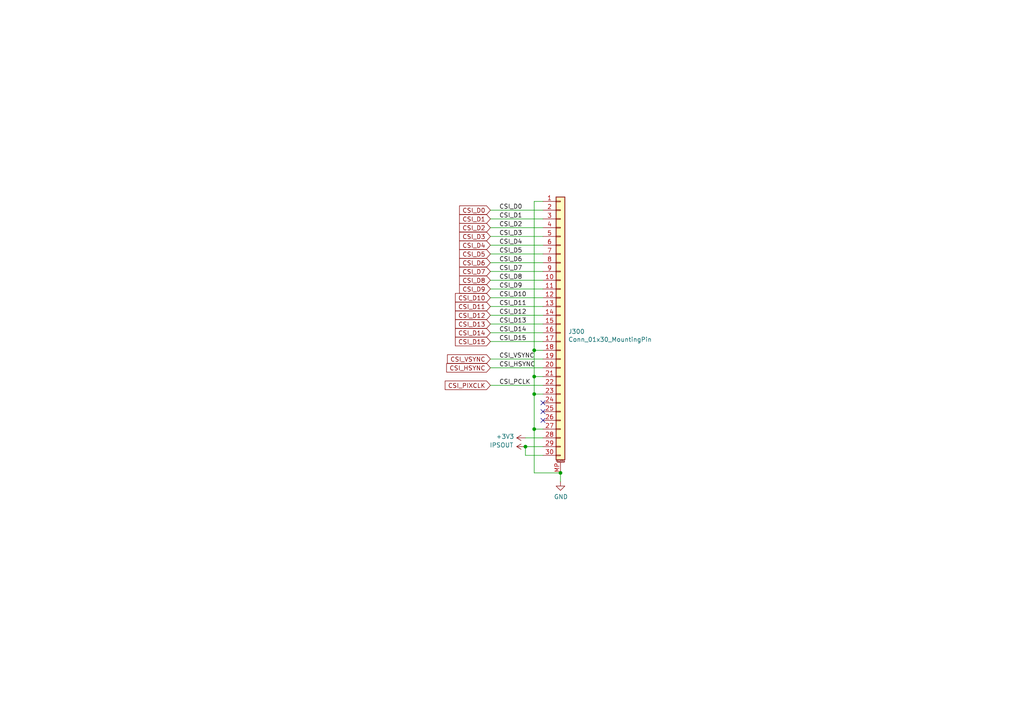
<source format=kicad_sch>
(kicad_sch (version 20210621) (generator eeschema)
  (paper "A4")
  (title_block (title "NekoInk Mainboard") (date "2021-08-21") (rev "R0.1") (company "Copyright 2021 Wenting Zhang") (comment 2 "MERCHANTABILITY, SATISFACTORY QUALITY AND FITNESS FOR A PARTICULAR PURPOSE.") (comment 3 "This source is distributed WITHOUT ANY EXPRESS OR IMPLIED WARRANTY, INCLUDING OF") (comment 4 "This source describes Open Hardware and is licensed under the CERN-OHL-P v2."))
  (lib_symbols
    (symbol "Connector_Generic_MountingPin:Conn_01x30_MountingPin" (pin_names (offset 1.016) hide)
      (property "Reference" "J" (at 0 38.1 0))
      (property "Value" "Conn_01x30_MountingPin" (at 1.27 -40.64 0))
      (symbol "Conn_01x30_MountingPin_1_1"
        (text "Mounting" (at 0 -39.751 0) (effects (font (size 0.381 0.381))))
        (rectangle (start -1.27 -37.973) (end 0 -38.227) (stroke (width 0.1524)))
        (rectangle (start -1.27 -35.433) (end 0 -35.687) (stroke (width 0.1524)))
        (rectangle (start -1.27 -32.893) (end 0 -33.147) (stroke (width 0.1524)))
        (rectangle (start -1.27 -30.353) (end 0 -30.607) (stroke (width 0.1524)))
        (rectangle (start -1.27 -27.813) (end 0 -28.067) (stroke (width 0.1524)))
        (rectangle (start -1.27 -25.273) (end 0 -25.527) (stroke (width 0.1524)))
        (rectangle (start -1.27 -22.733) (end 0 -22.987) (stroke (width 0.1524)))
        (rectangle (start -1.27 -20.193) (end 0 -20.447) (stroke (width 0.1524)))
        (rectangle (start -1.27 -17.653) (end 0 -17.907) (stroke (width 0.1524)))
        (rectangle (start -1.27 -15.113) (end 0 -15.367) (stroke (width 0.1524)))
        (rectangle (start -1.27 -12.573) (end 0 -12.827) (stroke (width 0.1524)))
        (rectangle (start -1.27 -10.033) (end 0 -10.287) (stroke (width 0.1524)))
        (rectangle (start -1.27 -7.493) (end 0 -7.747) (stroke (width 0.1524)))
        (rectangle (start -1.27 -4.953) (end 0 -5.207) (stroke (width 0.1524)))
        (rectangle (start -1.27 -2.413) (end 0 -2.667) (stroke (width 0.1524)))
        (rectangle (start -1.27 0.127) (end 0 -0.127) (stroke (width 0.1524)))
        (rectangle (start -1.27 2.667) (end 0 2.413) (stroke (width 0.1524)))
        (rectangle (start -1.27 5.207) (end 0 4.953) (stroke (width 0.1524)))
        (rectangle (start -1.27 7.747) (end 0 7.493) (stroke (width 0.1524)))
        (rectangle (start -1.27 10.287) (end 0 10.033) (stroke (width 0.1524)))
        (rectangle (start -1.27 12.827) (end 0 12.573) (stroke (width 0.1524)))
        (rectangle (start -1.27 15.367) (end 0 15.113) (stroke (width 0.1524)))
        (rectangle (start -1.27 17.907) (end 0 17.653) (stroke (width 0.1524)))
        (rectangle (start -1.27 20.447) (end 0 20.193) (stroke (width 0.1524)))
        (rectangle (start -1.27 22.987) (end 0 22.733) (stroke (width 0.1524)))
        (rectangle (start -1.27 25.527) (end 0 25.273) (stroke (width 0.1524)))
        (rectangle (start -1.27 28.067) (end 0 27.813) (stroke (width 0.1524)))
        (rectangle (start -1.27 30.607) (end 0 30.353) (stroke (width 0.1524)))
        (rectangle (start -1.27 33.147) (end 0 32.893) (stroke (width 0.1524)))
        (rectangle (start -1.27 35.687) (end 0 35.433) (stroke (width 0.1524)))
        (rectangle (start -1.27 36.83) (end 1.27 -39.37) (stroke (width 0.254)) (fill (type background)))
        (polyline (pts (xy -1.016 -40.132) (xy 1.016 -40.132)) (stroke (width 0.1524)))
        (pin passive line (at -5.08 35.56 0) (length 3.81) (name "Pin_1") (number "1"))
        (pin passive line (at -5.08 12.7 0) (length 3.81) (name "Pin_10") (number "10"))
        (pin passive line (at -5.08 10.16 0) (length 3.81) (name "Pin_11") (number "11"))
        (pin passive line (at -5.08 7.62 0) (length 3.81) (name "Pin_12") (number "12"))
        (pin passive line (at -5.08 5.08 0) (length 3.81) (name "Pin_13") (number "13"))
        (pin passive line (at -5.08 2.54 0) (length 3.81) (name "Pin_14") (number "14"))
        (pin passive line (at -5.08 0 0) (length 3.81) (name "Pin_15") (number "15"))
        (pin passive line (at -5.08 -2.54 0) (length 3.81) (name "Pin_16") (number "16"))
        (pin passive line (at -5.08 -5.08 0) (length 3.81) (name "Pin_17") (number "17"))
        (pin passive line (at -5.08 -7.62 0) (length 3.81) (name "Pin_18") (number "18"))
        (pin passive line (at -5.08 -10.16 0) (length 3.81) (name "Pin_19") (number "19"))
        (pin passive line (at -5.08 33.02 0) (length 3.81) (name "Pin_2") (number "2"))
        (pin passive line (at -5.08 -12.7 0) (length 3.81) (name "Pin_20") (number "20"))
        (pin passive line (at -5.08 -15.24 0) (length 3.81) (name "Pin_21") (number "21"))
        (pin passive line (at -5.08 -17.78 0) (length 3.81) (name "Pin_22") (number "22"))
        (pin passive line (at -5.08 -20.32 0) (length 3.81) (name "Pin_23") (number "23"))
        (pin passive line (at -5.08 -22.86 0) (length 3.81) (name "Pin_24") (number "24"))
        (pin passive line (at -5.08 -25.4 0) (length 3.81) (name "Pin_25") (number "25"))
        (pin passive line (at -5.08 -27.94 0) (length 3.81) (name "Pin_26") (number "26"))
        (pin passive line (at -5.08 -30.48 0) (length 3.81) (name "Pin_27") (number "27"))
        (pin passive line (at -5.08 -33.02 0) (length 3.81) (name "Pin_28") (number "28"))
        (pin passive line (at -5.08 -35.56 0) (length 3.81) (name "Pin_29") (number "29"))
        (pin passive line (at -5.08 30.48 0) (length 3.81) (name "Pin_3") (number "3"))
        (pin passive line (at -5.08 -38.1 0) (length 3.81) (name "Pin_30") (number "30"))
        (pin passive line (at -5.08 27.94 0) (length 3.81) (name "Pin_4") (number "4"))
        (pin passive line (at -5.08 25.4 0) (length 3.81) (name "Pin_5") (number "5"))
        (pin passive line (at -5.08 22.86 0) (length 3.81) (name "Pin_6") (number "6"))
        (pin passive line (at -5.08 20.32 0) (length 3.81) (name "Pin_7") (number "7"))
        (pin passive line (at -5.08 17.78 0) (length 3.81) (name "Pin_8") (number "8"))
        (pin passive line (at -5.08 15.24 0) (length 3.81) (name "Pin_9") (number "9"))
        (pin passive line (at 0 -43.18 90) (length 3.048) (name "MountPin") (number "MP"))
      )
    )
    (symbol "power:+3V3" (power) (pin_names (offset 0))
      (property "Value" "+3V3" (at 0 3.556 0))
      (symbol "+3V3_0_1"
        (polyline (pts (xy -0.762 1.27) (xy 0 2.54)))
        (polyline (pts (xy 0 0) (xy 0 2.54)))
        (polyline (pts (xy 0 2.54) (xy 0.762 1.27)))
      )
      (symbol "+3V3_1_1"
        (pin power_in line (at 0 0 90) (length 0) hide (name "+3V3") (number "1"))
      )
    )
    (symbol "power:GND" (power) (pin_names (offset 0))
      (property "Value" "GND" (at 0 -3.81 0))
      (symbol "GND_0_1"
        (polyline (pts (xy 0 0) (xy 0 -1.27) (xy 1.27 -1.27) (xy 0 -2.54) (xy -1.27 -1.27) (xy 0 -1.27)))
      )
      (symbol "GND_1_1"
        (pin power_in line (at 0 0 270) (length 0) hide (name "GND") (number "1"))
      )
    )
    (symbol "symbols:IPSOUT" (power) (pin_names (offset 0))
      (property "Value" "IPSOUT" (at 0 3.556 0))
      (symbol "IPSOUT_0_1"
        (polyline (pts (xy -0.762 1.27) (xy 0 2.54)))
        (polyline (pts (xy 0 0) (xy 0 2.54)))
        (polyline (pts (xy 0 2.54) (xy 0.762 1.27)))
      )
      (symbol "IPSOUT_1_1"
        (pin power_in line (at 0 0 90) (length 0) hide (name "IPSOUT") (number "1"))
      )
    )
  )
  (junction (at 152.4 129.54) (diameter 0.9144))
  (junction (at 154.94 101.6) (diameter 0.9144))
  (junction (at 154.94 109.22) (diameter 0.9144))
  (junction (at 154.94 114.3) (diameter 0.9144))
  (junction (at 154.94 124.46) (diameter 0.9144))
  (junction (at 162.56 137.16) (diameter 0.9144))
  (no_connect (at 157.48 116.84))
  (no_connect (at 157.48 119.38))
  (no_connect (at 157.48 121.92))
  (wire (pts (xy 142.24 60.96) (xy 157.48 60.96)))
  (wire (pts (xy 142.24 63.5) (xy 157.48 63.5)))
  (wire (pts (xy 142.24 66.04) (xy 157.48 66.04)))
  (wire (pts (xy 142.24 68.58) (xy 157.48 68.58)))
  (wire (pts (xy 142.24 71.12) (xy 157.48 71.12)))
  (wire (pts (xy 142.24 73.66) (xy 157.48 73.66)))
  (wire (pts (xy 142.24 76.2) (xy 157.48 76.2)))
  (wire (pts (xy 142.24 78.74) (xy 157.48 78.74)))
  (wire (pts (xy 142.24 81.28) (xy 157.48 81.28)))
  (wire (pts (xy 142.24 83.82) (xy 157.48 83.82)))
  (wire (pts (xy 142.24 86.36) (xy 157.48 86.36)))
  (wire (pts (xy 142.24 88.9) (xy 157.48 88.9)))
  (wire (pts (xy 142.24 91.44) (xy 157.48 91.44)))
  (wire (pts (xy 142.24 93.98) (xy 157.48 93.98)))
  (wire (pts (xy 142.24 96.52) (xy 157.48 96.52)))
  (wire (pts (xy 142.24 99.06) (xy 157.48 99.06)))
  (wire (pts (xy 142.24 104.14) (xy 157.48 104.14)))
  (wire (pts (xy 142.24 106.68) (xy 157.48 106.68)))
  (wire (pts (xy 142.24 111.76) (xy 157.48 111.76)))
  (wire (pts (xy 152.4 127) (xy 157.48 127)))
  (wire (pts (xy 152.4 129.54) (xy 157.48 129.54)))
  (wire (pts (xy 152.4 132.08) (xy 152.4 129.54)))
  (wire (pts (xy 154.94 58.42) (xy 154.94 101.6)))
  (wire (pts (xy 154.94 101.6) (xy 154.94 109.22)))
  (wire (pts (xy 154.94 101.6) (xy 157.48 101.6)))
  (wire (pts (xy 154.94 109.22) (xy 154.94 114.3)))
  (wire (pts (xy 154.94 114.3) (xy 154.94 124.46)))
  (wire (pts (xy 154.94 114.3) (xy 157.48 114.3)))
  (wire (pts (xy 154.94 124.46) (xy 154.94 137.16)))
  (wire (pts (xy 154.94 137.16) (xy 162.56 137.16)))
  (wire (pts (xy 157.48 58.42) (xy 154.94 58.42)))
  (wire (pts (xy 157.48 109.22) (xy 154.94 109.22)))
  (wire (pts (xy 157.48 124.46) (xy 154.94 124.46)))
  (wire (pts (xy 157.48 132.08) (xy 152.4 132.08)))
  (wire (pts (xy 162.56 139.7) (xy 162.56 137.16)))
  (label "CSI_D0" (at 144.78 60.96 0))
  (label "CSI_D1" (at 144.78 63.5 0))
  (label "CSI_D2" (at 144.78 66.04 0))
  (label "CSI_D3" (at 144.78 68.58 0))
  (label "CSI_D4" (at 144.78 71.12 0))
  (label "CSI_D5" (at 144.78 73.66 0))
  (label "CSI_D6" (at 144.78 76.2 0))
  (label "CSI_D7" (at 144.78 78.74 0))
  (label "CSI_D8" (at 144.78 81.28 0))
  (label "CSI_D9" (at 144.78 83.82 0))
  (label "CSI_D10" (at 144.78 86.36 0))
  (label "CSI_D11" (at 144.78 88.9 0))
  (label "CSI_D12" (at 144.78 91.44 0))
  (label "CSI_D13" (at 144.78 93.98 0))
  (label "CSI_D14" (at 144.78 96.52 0))
  (label "CSI_D15" (at 144.78 99.06 0))
  (label "CSI_VSYNC" (at 144.78 104.14 0))
  (label "CSI_HSYNC" (at 144.78 106.68 0))
  (label "CSI_PCLK" (at 144.78 111.76 0))
  (global_label "CSI_D0" (shape input) (at 142.24 60.96 180) (property "Intersheet References" "${INTERSHEET_REFS}" (effects hide)))
  (global_label "CSI_D1" (shape input) (at 142.24 63.5 180) (property "Intersheet References" "${INTERSHEET_REFS}" (effects hide)))
  (global_label "CSI_D2" (shape input) (at 142.24 66.04 180) (property "Intersheet References" "${INTERSHEET_REFS}" (effects hide)))
  (global_label "CSI_D3" (shape input) (at 142.24 68.58 180) (property "Intersheet References" "${INTERSHEET_REFS}" (effects hide)))
  (global_label "CSI_D4" (shape input) (at 142.24 71.12 180) (property "Intersheet References" "${INTERSHEET_REFS}" (effects hide)))
  (global_label "CSI_D5" (shape input) (at 142.24 73.66 180) (property "Intersheet References" "${INTERSHEET_REFS}" (effects hide)))
  (global_label "CSI_D6" (shape input) (at 142.24 76.2 180) (property "Intersheet References" "${INTERSHEET_REFS}" (effects hide)))
  (global_label "CSI_D7" (shape input) (at 142.24 78.74 180) (property "Intersheet References" "${INTERSHEET_REFS}" (effects hide)))
  (global_label "CSI_D8" (shape input) (at 142.24 81.28 180) (property "Intersheet References" "${INTERSHEET_REFS}" (effects hide)))
  (global_label "CSI_D9" (shape input) (at 142.24 83.82 180) (property "Intersheet References" "${INTERSHEET_REFS}" (effects hide)))
  (global_label "CSI_D10" (shape input) (at 142.24 86.36 180) (property "Intersheet References" "${INTERSHEET_REFS}" (effects hide)))
  (global_label "CSI_D11" (shape input) (at 142.24 88.9 180) (property "Intersheet References" "${INTERSHEET_REFS}" (effects hide)))
  (global_label "CSI_D12" (shape input) (at 142.24 91.44 180) (property "Intersheet References" "${INTERSHEET_REFS}" (effects hide)))
  (global_label "CSI_D13" (shape input) (at 142.24 93.98 180) (property "Intersheet References" "${INTERSHEET_REFS}" (effects hide)))
  (global_label "CSI_D14" (shape input) (at 142.24 96.52 180) (property "Intersheet References" "${INTERSHEET_REFS}" (effects hide)))
  (global_label "CSI_D15" (shape input) (at 142.24 99.06 180) (property "Intersheet References" "${INTERSHEET_REFS}" (effects hide)))
  (global_label "CSI_VSYNC" (shape input) (at 142.24 104.14 180) (property "Intersheet References" "${INTERSHEET_REFS}" (effects hide)))
  (global_label "CSI_HSYNC" (shape input) (at 142.24 106.68 180) (property "Intersheet References" "${INTERSHEET_REFS}" (effects hide)))
  (global_label "CSI_PIXCLK" (shape input) (at 142.24 111.76 180) (property "Intersheet References" "${INTERSHEET_REFS}" (effects hide)))
  (symbol (lib_id "power:+3V3") (at 152.4 127 90) (unit 1)
    (property "Reference" "#PWR0117" (effects hide))
    (property "Value" "+3V3" (at 149.1488 126.619 90) (effects (justify left)))
  )
  (symbol (lib_id "symbols:IPSOUT") (at 152.4 129.54 90) (unit 1)
    (property "Reference" "#PWR0109" (effects hide))
    (property "Value" "IPSOUT" (at 145.4658 129.1082 90))
  )
  (symbol (lib_id "power:GND") (at 162.56 139.7 0) (unit 1)
    (property "Reference" "#PWR0120" (effects hide))
    (property "Value" "GND" (at 162.687 144.0942 0))
  )
  (symbol (lib_id "Connector_Generic_MountingPin:Conn_01x30_MountingPin") (at 162.56 93.98 0) (unit 1)
    (property "Reference" "J300" (at 164.7952 96.1644 0) (effects (justify left)))
    (property "Value" "Conn_01x30_MountingPin" (at 164.7952 98.4758 0) (effects (justify left)))
    (property "Footprint" "Connector_FFC-FPC:TE_3-1734839-0_1x30-1MP_P0.5mm_Horizontal" (effects hide))
  )
)
</source>
